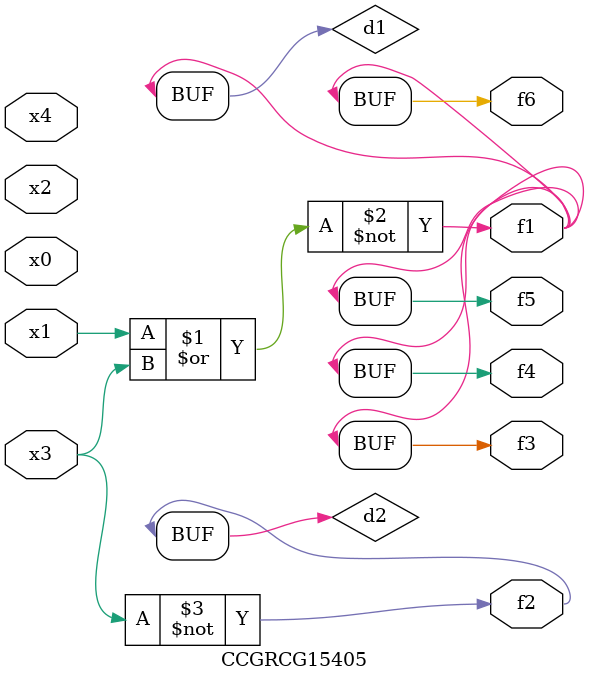
<source format=v>
module CCGRCG15405(
	input x0, x1, x2, x3, x4,
	output f1, f2, f3, f4, f5, f6
);

	wire d1, d2;

	nor (d1, x1, x3);
	not (d2, x3);
	assign f1 = d1;
	assign f2 = d2;
	assign f3 = d1;
	assign f4 = d1;
	assign f5 = d1;
	assign f6 = d1;
endmodule

</source>
